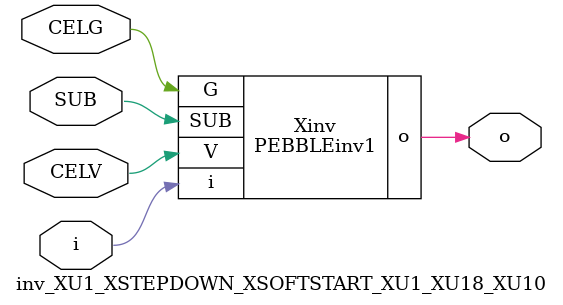
<source format=v>



module PEBBLEinv1 ( o, G, SUB, V, i );

  input V;
  input i;
  input G;
  output o;
  input SUB;
endmodule

//Celera Confidential Do Not Copy inv_XU1_XSTEPDOWN_XSOFTSTART_XU1_XU18_XU10
//Celera Confidential Symbol Generator
//5V Inverter
module inv_XU1_XSTEPDOWN_XSOFTSTART_XU1_XU18_XU10 (CELV,CELG,i,o,SUB);
input CELV;
input CELG;
input i;
input SUB;
output o;

//Celera Confidential Do Not Copy inv
PEBBLEinv1 Xinv(
.V (CELV),
.i (i),
.o (o),
.SUB (SUB),
.G (CELG)
);
//,diesize,PEBBLEinv1

//Celera Confidential Do Not Copy Module End
//Celera Schematic Generator
endmodule

</source>
